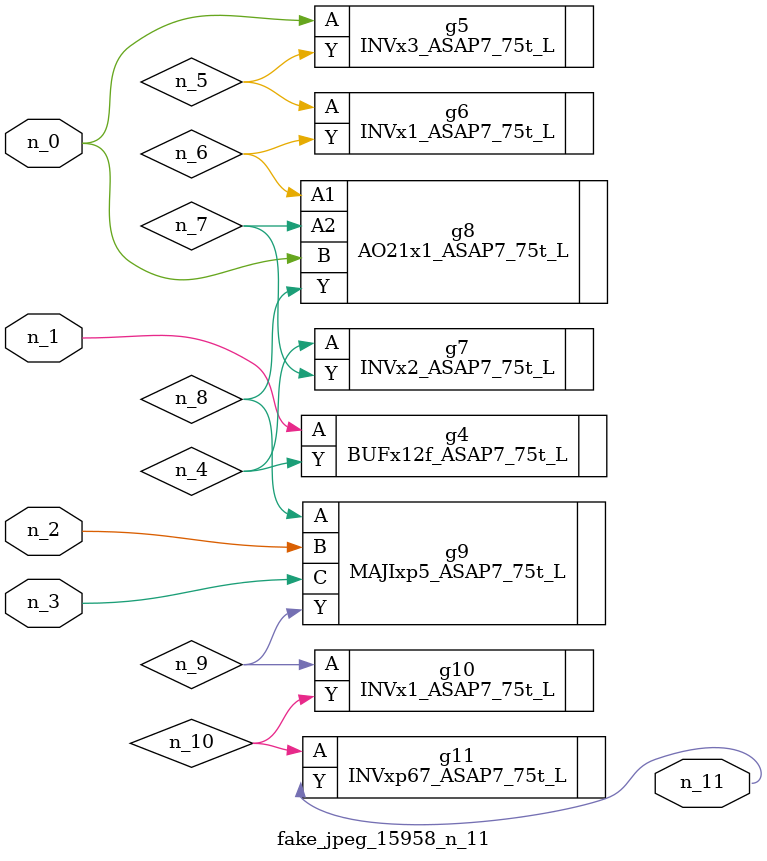
<source format=v>
module fake_jpeg_15958_n_11 (n_0, n_3, n_2, n_1, n_11);

input n_0;
input n_3;
input n_2;
input n_1;

output n_11;

wire n_10;
wire n_4;
wire n_8;
wire n_9;
wire n_6;
wire n_5;
wire n_7;

BUFx12f_ASAP7_75t_L g4 ( 
.A(n_1),
.Y(n_4)
);

INVx3_ASAP7_75t_L g5 ( 
.A(n_0),
.Y(n_5)
);

INVx1_ASAP7_75t_L g6 ( 
.A(n_5),
.Y(n_6)
);

AO21x1_ASAP7_75t_L g8 ( 
.A1(n_6),
.A2(n_7),
.B(n_0),
.Y(n_8)
);

INVx2_ASAP7_75t_L g7 ( 
.A(n_4),
.Y(n_7)
);

MAJIxp5_ASAP7_75t_L g9 ( 
.A(n_8),
.B(n_2),
.C(n_3),
.Y(n_9)
);

INVx1_ASAP7_75t_L g10 ( 
.A(n_9),
.Y(n_10)
);

INVxp67_ASAP7_75t_L g11 ( 
.A(n_10),
.Y(n_11)
);


endmodule
</source>
